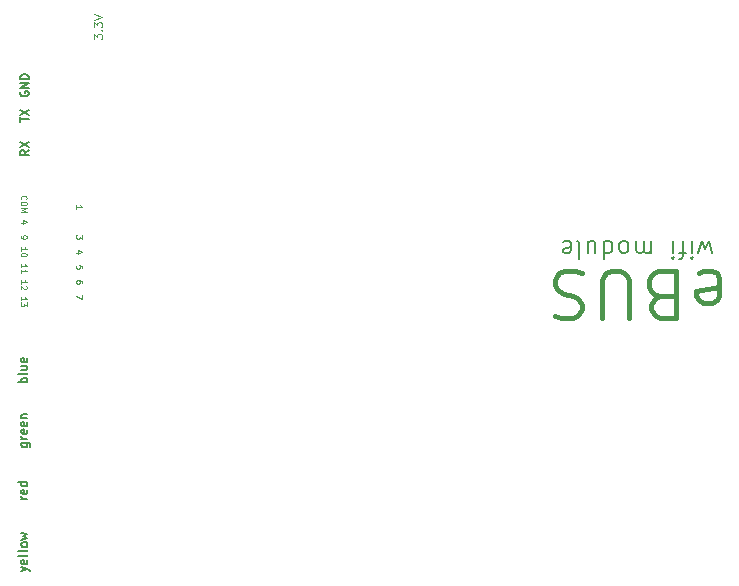
<source format=gbr>
%TF.GenerationSoftware,KiCad,Pcbnew,5.1.5+dfsg1-2build2*%
%TF.CreationDate,2022-11-14T11:38:59+01:00*%
%TF.ProjectId,ebus,65627573-2e6b-4696-9361-645f70636258,rev?*%
%TF.SameCoordinates,Original*%
%TF.FileFunction,Legend,Top*%
%TF.FilePolarity,Positive*%
%FSLAX46Y46*%
G04 Gerber Fmt 4.6, Leading zero omitted, Abs format (unit mm)*
G04 Created by KiCad (PCBNEW 5.1.5+dfsg1-2build2) date 2022-11-14 11:38:59*
%MOMM*%
%LPD*%
G04 APERTURE LIST*
%ADD10C,0.125000*%
%ADD11C,0.200000*%
%ADD12C,0.400000*%
%ADD13C,0.150000*%
G04 APERTURE END LIST*
D10*
X63448428Y-106160142D02*
X63424619Y-106136333D01*
X63400809Y-106064904D01*
X63400809Y-106017285D01*
X63424619Y-105945857D01*
X63472238Y-105898238D01*
X63519857Y-105874428D01*
X63615095Y-105850619D01*
X63686523Y-105850619D01*
X63781761Y-105874428D01*
X63829380Y-105898238D01*
X63877000Y-105945857D01*
X63900809Y-106017285D01*
X63900809Y-106064904D01*
X63877000Y-106136333D01*
X63853190Y-106160142D01*
X63900809Y-106469666D02*
X63900809Y-106564904D01*
X63877000Y-106612523D01*
X63829380Y-106660142D01*
X63734142Y-106683952D01*
X63567476Y-106683952D01*
X63472238Y-106660142D01*
X63424619Y-106612523D01*
X63400809Y-106564904D01*
X63400809Y-106469666D01*
X63424619Y-106422047D01*
X63472238Y-106374428D01*
X63567476Y-106350619D01*
X63734142Y-106350619D01*
X63829380Y-106374428D01*
X63877000Y-106422047D01*
X63900809Y-106469666D01*
X63400809Y-106898238D02*
X63900809Y-106898238D01*
X63543666Y-107064904D01*
X63900809Y-107231571D01*
X63400809Y-107231571D01*
X63400809Y-114712761D02*
X63400809Y-114427047D01*
X63400809Y-114569904D02*
X63900809Y-114569904D01*
X63829380Y-114522285D01*
X63781761Y-114474666D01*
X63757952Y-114427047D01*
X63900809Y-114879428D02*
X63900809Y-115188952D01*
X63710333Y-115022285D01*
X63710333Y-115093714D01*
X63686523Y-115141333D01*
X63662714Y-115165142D01*
X63615095Y-115188952D01*
X63496047Y-115188952D01*
X63448428Y-115165142D01*
X63424619Y-115141333D01*
X63400809Y-115093714D01*
X63400809Y-114950857D01*
X63424619Y-114903238D01*
X63448428Y-114879428D01*
X63400809Y-113315761D02*
X63400809Y-113030047D01*
X63400809Y-113172904D02*
X63900809Y-113172904D01*
X63829380Y-113125285D01*
X63781761Y-113077666D01*
X63757952Y-113030047D01*
X63853190Y-113506238D02*
X63877000Y-113530047D01*
X63900809Y-113577666D01*
X63900809Y-113696714D01*
X63877000Y-113744333D01*
X63853190Y-113768142D01*
X63805571Y-113791952D01*
X63757952Y-113791952D01*
X63686523Y-113768142D01*
X63400809Y-113482428D01*
X63400809Y-113791952D01*
X63400809Y-111918761D02*
X63400809Y-111633047D01*
X63400809Y-111775904D02*
X63900809Y-111775904D01*
X63829380Y-111728285D01*
X63781761Y-111680666D01*
X63757952Y-111633047D01*
X63400809Y-112394952D02*
X63400809Y-112109238D01*
X63400809Y-112252095D02*
X63900809Y-112252095D01*
X63829380Y-112204476D01*
X63781761Y-112156857D01*
X63757952Y-112109238D01*
X63400809Y-110521761D02*
X63400809Y-110236047D01*
X63400809Y-110378904D02*
X63900809Y-110378904D01*
X63829380Y-110331285D01*
X63781761Y-110283666D01*
X63757952Y-110236047D01*
X63900809Y-110831285D02*
X63900809Y-110878904D01*
X63877000Y-110926523D01*
X63853190Y-110950333D01*
X63805571Y-110974142D01*
X63710333Y-110997952D01*
X63591285Y-110997952D01*
X63496047Y-110974142D01*
X63448428Y-110950333D01*
X63424619Y-110926523D01*
X63400809Y-110878904D01*
X63400809Y-110831285D01*
X63424619Y-110783666D01*
X63448428Y-110759857D01*
X63496047Y-110736047D01*
X63591285Y-110712238D01*
X63710333Y-110712238D01*
X63805571Y-110736047D01*
X63853190Y-110759857D01*
X63877000Y-110783666D01*
X63900809Y-110831285D01*
X63400809Y-109251761D02*
X63400809Y-109347000D01*
X63424619Y-109394619D01*
X63448428Y-109418428D01*
X63519857Y-109466047D01*
X63615095Y-109489857D01*
X63805571Y-109489857D01*
X63853190Y-109466047D01*
X63877000Y-109442238D01*
X63900809Y-109394619D01*
X63900809Y-109299380D01*
X63877000Y-109251761D01*
X63853190Y-109227952D01*
X63805571Y-109204142D01*
X63686523Y-109204142D01*
X63638904Y-109227952D01*
X63615095Y-109251761D01*
X63591285Y-109299380D01*
X63591285Y-109394619D01*
X63615095Y-109442238D01*
X63638904Y-109466047D01*
X63686523Y-109489857D01*
X63734142Y-108172238D02*
X63400809Y-108172238D01*
X63924619Y-108053190D02*
X63567476Y-107934142D01*
X63567476Y-108243666D01*
X68599809Y-114260333D02*
X68599809Y-114593666D01*
X68099809Y-114379380D01*
X68599809Y-113252238D02*
X68599809Y-113157000D01*
X68576000Y-113109380D01*
X68552190Y-113085571D01*
X68480761Y-113037952D01*
X68385523Y-113014142D01*
X68195047Y-113014142D01*
X68147428Y-113037952D01*
X68123619Y-113061761D01*
X68099809Y-113109380D01*
X68099809Y-113204619D01*
X68123619Y-113252238D01*
X68147428Y-113276047D01*
X68195047Y-113299857D01*
X68314095Y-113299857D01*
X68361714Y-113276047D01*
X68385523Y-113252238D01*
X68409333Y-113204619D01*
X68409333Y-113109380D01*
X68385523Y-113061761D01*
X68361714Y-113037952D01*
X68314095Y-113014142D01*
X68599809Y-112006047D02*
X68599809Y-111767952D01*
X68361714Y-111744142D01*
X68385523Y-111767952D01*
X68409333Y-111815571D01*
X68409333Y-111934619D01*
X68385523Y-111982238D01*
X68361714Y-112006047D01*
X68314095Y-112029857D01*
X68195047Y-112029857D01*
X68147428Y-112006047D01*
X68123619Y-111982238D01*
X68099809Y-111934619D01*
X68099809Y-111815571D01*
X68123619Y-111767952D01*
X68147428Y-111744142D01*
X68433142Y-110712238D02*
X68099809Y-110712238D01*
X68623619Y-110593190D02*
X68266476Y-110474142D01*
X68266476Y-110783666D01*
X68599809Y-109180333D02*
X68599809Y-109489857D01*
X68409333Y-109323190D01*
X68409333Y-109394619D01*
X68385523Y-109442238D01*
X68361714Y-109466047D01*
X68314095Y-109489857D01*
X68195047Y-109489857D01*
X68147428Y-109466047D01*
X68123619Y-109442238D01*
X68099809Y-109394619D01*
X68099809Y-109251761D01*
X68123619Y-109204142D01*
X68147428Y-109180333D01*
X68099809Y-106949857D02*
X68099809Y-106664142D01*
X68099809Y-106807000D02*
X68599809Y-106807000D01*
X68528380Y-106759380D01*
X68480761Y-106711761D01*
X68456952Y-106664142D01*
D11*
X121927142Y-110684428D02*
X121641428Y-109684428D01*
X121355714Y-110398714D01*
X121070000Y-109684428D01*
X120784285Y-110684428D01*
X120212857Y-109684428D02*
X120212857Y-110684428D01*
X120212857Y-111184428D02*
X120284285Y-111113000D01*
X120212857Y-111041571D01*
X120141428Y-111113000D01*
X120212857Y-111184428D01*
X120212857Y-111041571D01*
X119712857Y-110684428D02*
X119141428Y-110684428D01*
X119498571Y-109684428D02*
X119498571Y-110970142D01*
X119427142Y-111113000D01*
X119284285Y-111184428D01*
X119141428Y-111184428D01*
X118641428Y-109684428D02*
X118641428Y-110684428D01*
X118641428Y-111184428D02*
X118712857Y-111113000D01*
X118641428Y-111041571D01*
X118570000Y-111113000D01*
X118641428Y-111184428D01*
X118641428Y-111041571D01*
X116784285Y-109684428D02*
X116784285Y-110684428D01*
X116784285Y-110541571D02*
X116712857Y-110613000D01*
X116570000Y-110684428D01*
X116355714Y-110684428D01*
X116212857Y-110613000D01*
X116141428Y-110470142D01*
X116141428Y-109684428D01*
X116141428Y-110470142D02*
X116070000Y-110613000D01*
X115927142Y-110684428D01*
X115712857Y-110684428D01*
X115570000Y-110613000D01*
X115498571Y-110470142D01*
X115498571Y-109684428D01*
X114570000Y-109684428D02*
X114712857Y-109755857D01*
X114784285Y-109827285D01*
X114855714Y-109970142D01*
X114855714Y-110398714D01*
X114784285Y-110541571D01*
X114712857Y-110613000D01*
X114570000Y-110684428D01*
X114355714Y-110684428D01*
X114212857Y-110613000D01*
X114141428Y-110541571D01*
X114070000Y-110398714D01*
X114070000Y-109970142D01*
X114141428Y-109827285D01*
X114212857Y-109755857D01*
X114355714Y-109684428D01*
X114570000Y-109684428D01*
X112784285Y-109684428D02*
X112784285Y-111184428D01*
X112784285Y-109755857D02*
X112927142Y-109684428D01*
X113212857Y-109684428D01*
X113355714Y-109755857D01*
X113427142Y-109827285D01*
X113498571Y-109970142D01*
X113498571Y-110398714D01*
X113427142Y-110541571D01*
X113355714Y-110613000D01*
X113212857Y-110684428D01*
X112927142Y-110684428D01*
X112784285Y-110613000D01*
X111427142Y-110684428D02*
X111427142Y-109684428D01*
X112070000Y-110684428D02*
X112070000Y-109898714D01*
X111998571Y-109755857D01*
X111855714Y-109684428D01*
X111641428Y-109684428D01*
X111498571Y-109755857D01*
X111427142Y-109827285D01*
X110498571Y-109684428D02*
X110641428Y-109755857D01*
X110712857Y-109898714D01*
X110712857Y-111184428D01*
X109355714Y-109755857D02*
X109498571Y-109684428D01*
X109784285Y-109684428D01*
X109927142Y-109755857D01*
X109998571Y-109898714D01*
X109998571Y-110470142D01*
X109927142Y-110613000D01*
X109784285Y-110684428D01*
X109498571Y-110684428D01*
X109355714Y-110613000D01*
X109284285Y-110470142D01*
X109284285Y-110327285D01*
X109998571Y-110184428D01*
D12*
X120808095Y-112426952D02*
X121189047Y-112236476D01*
X121950952Y-112236476D01*
X122331904Y-112426952D01*
X122522380Y-112807904D01*
X122522380Y-114331714D01*
X122331904Y-114712666D01*
X121950952Y-114903142D01*
X121189047Y-114903142D01*
X120808095Y-114712666D01*
X120617619Y-114331714D01*
X120617619Y-113950761D01*
X122522380Y-113569809D01*
X117570000Y-114331714D02*
X116998571Y-114141238D01*
X116808095Y-113950761D01*
X116617619Y-113569809D01*
X116617619Y-112998380D01*
X116808095Y-112617428D01*
X116998571Y-112426952D01*
X117379523Y-112236476D01*
X118903333Y-112236476D01*
X118903333Y-116236476D01*
X117570000Y-116236476D01*
X117189047Y-116046000D01*
X116998571Y-115855523D01*
X116808095Y-115474571D01*
X116808095Y-115093619D01*
X116998571Y-114712666D01*
X117189047Y-114522190D01*
X117570000Y-114331714D01*
X118903333Y-114331714D01*
X114903333Y-116236476D02*
X114903333Y-112998380D01*
X114712857Y-112617428D01*
X114522380Y-112426952D01*
X114141428Y-112236476D01*
X113379523Y-112236476D01*
X112998571Y-112426952D01*
X112808095Y-112617428D01*
X112617619Y-112998380D01*
X112617619Y-116236476D01*
X110903333Y-112426952D02*
X110331904Y-112236476D01*
X109379523Y-112236476D01*
X108998571Y-112426952D01*
X108808095Y-112617428D01*
X108617619Y-112998380D01*
X108617619Y-113379333D01*
X108808095Y-113760285D01*
X108998571Y-113950761D01*
X109379523Y-114141238D01*
X110141428Y-114331714D01*
X110522380Y-114522190D01*
X110712857Y-114712666D01*
X110903333Y-115093619D01*
X110903333Y-115474571D01*
X110712857Y-115855523D01*
X110522380Y-116046000D01*
X110141428Y-116236476D01*
X109189047Y-116236476D01*
X108617619Y-116046000D01*
D13*
X63966285Y-121667857D02*
X63216285Y-121667857D01*
X63502000Y-121667857D02*
X63466285Y-121596428D01*
X63466285Y-121453571D01*
X63502000Y-121382142D01*
X63537714Y-121346428D01*
X63609142Y-121310714D01*
X63823428Y-121310714D01*
X63894857Y-121346428D01*
X63930571Y-121382142D01*
X63966285Y-121453571D01*
X63966285Y-121596428D01*
X63930571Y-121667857D01*
X63966285Y-120882142D02*
X63930571Y-120953571D01*
X63859142Y-120989285D01*
X63216285Y-120989285D01*
X63466285Y-120275000D02*
X63966285Y-120275000D01*
X63466285Y-120596428D02*
X63859142Y-120596428D01*
X63930571Y-120560714D01*
X63966285Y-120489285D01*
X63966285Y-120382142D01*
X63930571Y-120310714D01*
X63894857Y-120275000D01*
X63930571Y-119632142D02*
X63966285Y-119703571D01*
X63966285Y-119846428D01*
X63930571Y-119917857D01*
X63859142Y-119953571D01*
X63573428Y-119953571D01*
X63502000Y-119917857D01*
X63466285Y-119846428D01*
X63466285Y-119703571D01*
X63502000Y-119632142D01*
X63573428Y-119596428D01*
X63644857Y-119596428D01*
X63716285Y-119953571D01*
X63466285Y-126783571D02*
X64073428Y-126783571D01*
X64144857Y-126819285D01*
X64180571Y-126855000D01*
X64216285Y-126926428D01*
X64216285Y-127033571D01*
X64180571Y-127105000D01*
X63930571Y-126783571D02*
X63966285Y-126855000D01*
X63966285Y-126997857D01*
X63930571Y-127069285D01*
X63894857Y-127105000D01*
X63823428Y-127140714D01*
X63609142Y-127140714D01*
X63537714Y-127105000D01*
X63502000Y-127069285D01*
X63466285Y-126997857D01*
X63466285Y-126855000D01*
X63502000Y-126783571D01*
X63966285Y-126426428D02*
X63466285Y-126426428D01*
X63609142Y-126426428D02*
X63537714Y-126390714D01*
X63502000Y-126355000D01*
X63466285Y-126283571D01*
X63466285Y-126212142D01*
X63930571Y-125676428D02*
X63966285Y-125747857D01*
X63966285Y-125890714D01*
X63930571Y-125962142D01*
X63859142Y-125997857D01*
X63573428Y-125997857D01*
X63502000Y-125962142D01*
X63466285Y-125890714D01*
X63466285Y-125747857D01*
X63502000Y-125676428D01*
X63573428Y-125640714D01*
X63644857Y-125640714D01*
X63716285Y-125997857D01*
X63930571Y-125033571D02*
X63966285Y-125105000D01*
X63966285Y-125247857D01*
X63930571Y-125319285D01*
X63859142Y-125355000D01*
X63573428Y-125355000D01*
X63502000Y-125319285D01*
X63466285Y-125247857D01*
X63466285Y-125105000D01*
X63502000Y-125033571D01*
X63573428Y-124997857D01*
X63644857Y-124997857D01*
X63716285Y-125355000D01*
X63466285Y-124676428D02*
X63966285Y-124676428D01*
X63537714Y-124676428D02*
X63502000Y-124640714D01*
X63466285Y-124569285D01*
X63466285Y-124462142D01*
X63502000Y-124390714D01*
X63573428Y-124355000D01*
X63966285Y-124355000D01*
X63966285Y-131524285D02*
X63466285Y-131524285D01*
X63609142Y-131524285D02*
X63537714Y-131488571D01*
X63502000Y-131452857D01*
X63466285Y-131381428D01*
X63466285Y-131310000D01*
X63930571Y-130774285D02*
X63966285Y-130845714D01*
X63966285Y-130988571D01*
X63930571Y-131060000D01*
X63859142Y-131095714D01*
X63573428Y-131095714D01*
X63502000Y-131060000D01*
X63466285Y-130988571D01*
X63466285Y-130845714D01*
X63502000Y-130774285D01*
X63573428Y-130738571D01*
X63644857Y-130738571D01*
X63716285Y-131095714D01*
X63966285Y-130095714D02*
X63216285Y-130095714D01*
X63930571Y-130095714D02*
X63966285Y-130167142D01*
X63966285Y-130310000D01*
X63930571Y-130381428D01*
X63894857Y-130417142D01*
X63823428Y-130452857D01*
X63609142Y-130452857D01*
X63537714Y-130417142D01*
X63502000Y-130381428D01*
X63466285Y-130310000D01*
X63466285Y-130167142D01*
X63502000Y-130095714D01*
X63466285Y-137642000D02*
X63966285Y-137463428D01*
X63466285Y-137284857D02*
X63966285Y-137463428D01*
X64144857Y-137534857D01*
X64180571Y-137570571D01*
X64216285Y-137642000D01*
X63930571Y-136713428D02*
X63966285Y-136784857D01*
X63966285Y-136927714D01*
X63930571Y-136999142D01*
X63859142Y-137034857D01*
X63573428Y-137034857D01*
X63502000Y-136999142D01*
X63466285Y-136927714D01*
X63466285Y-136784857D01*
X63502000Y-136713428D01*
X63573428Y-136677714D01*
X63644857Y-136677714D01*
X63716285Y-137034857D01*
X63966285Y-136249142D02*
X63930571Y-136320571D01*
X63859142Y-136356285D01*
X63216285Y-136356285D01*
X63966285Y-135856285D02*
X63930571Y-135927714D01*
X63859142Y-135963428D01*
X63216285Y-135963428D01*
X63966285Y-135463428D02*
X63930571Y-135534857D01*
X63894857Y-135570571D01*
X63823428Y-135606285D01*
X63609142Y-135606285D01*
X63537714Y-135570571D01*
X63502000Y-135534857D01*
X63466285Y-135463428D01*
X63466285Y-135356285D01*
X63502000Y-135284857D01*
X63537714Y-135249142D01*
X63609142Y-135213428D01*
X63823428Y-135213428D01*
X63894857Y-135249142D01*
X63930571Y-135284857D01*
X63966285Y-135356285D01*
X63966285Y-135463428D01*
X63466285Y-134963428D02*
X63966285Y-134820571D01*
X63609142Y-134677714D01*
X63966285Y-134534857D01*
X63466285Y-134392000D01*
D10*
X69593666Y-92600333D02*
X69593666Y-92167000D01*
X69860333Y-92400333D01*
X69860333Y-92300333D01*
X69893666Y-92233666D01*
X69927000Y-92200333D01*
X69993666Y-92167000D01*
X70160333Y-92167000D01*
X70227000Y-92200333D01*
X70260333Y-92233666D01*
X70293666Y-92300333D01*
X70293666Y-92500333D01*
X70260333Y-92567000D01*
X70227000Y-92600333D01*
X70227000Y-91867000D02*
X70260333Y-91833666D01*
X70293666Y-91867000D01*
X70260333Y-91900333D01*
X70227000Y-91867000D01*
X70293666Y-91867000D01*
X69593666Y-91600333D02*
X69593666Y-91167000D01*
X69860333Y-91400333D01*
X69860333Y-91300333D01*
X69893666Y-91233666D01*
X69927000Y-91200333D01*
X69993666Y-91167000D01*
X70160333Y-91167000D01*
X70227000Y-91200333D01*
X70260333Y-91233666D01*
X70293666Y-91300333D01*
X70293666Y-91500333D01*
X70260333Y-91567000D01*
X70227000Y-91600333D01*
X69593666Y-90967000D02*
X70293666Y-90733666D01*
X69593666Y-90500333D01*
D13*
X64070666Y-101970666D02*
X63737333Y-102204000D01*
X64070666Y-102370666D02*
X63370666Y-102370666D01*
X63370666Y-102104000D01*
X63404000Y-102037333D01*
X63437333Y-102004000D01*
X63504000Y-101970666D01*
X63604000Y-101970666D01*
X63670666Y-102004000D01*
X63704000Y-102037333D01*
X63737333Y-102104000D01*
X63737333Y-102370666D01*
X63370666Y-101737333D02*
X64070666Y-101270666D01*
X63370666Y-101270666D02*
X64070666Y-101737333D01*
X63370666Y-99593333D02*
X63370666Y-99193333D01*
X64070666Y-99393333D02*
X63370666Y-99393333D01*
X63370666Y-99026666D02*
X64070666Y-98560000D01*
X63370666Y-98560000D02*
X64070666Y-99026666D01*
X63404000Y-97053333D02*
X63370666Y-97120000D01*
X63370666Y-97220000D01*
X63404000Y-97320000D01*
X63470666Y-97386666D01*
X63537333Y-97420000D01*
X63670666Y-97453333D01*
X63770666Y-97453333D01*
X63904000Y-97420000D01*
X63970666Y-97386666D01*
X64037333Y-97320000D01*
X64070666Y-97220000D01*
X64070666Y-97153333D01*
X64037333Y-97053333D01*
X64004000Y-97020000D01*
X63770666Y-97020000D01*
X63770666Y-97153333D01*
X64070666Y-96720000D02*
X63370666Y-96720000D01*
X64070666Y-96320000D01*
X63370666Y-96320000D01*
X64070666Y-95986666D02*
X63370666Y-95986666D01*
X63370666Y-95820000D01*
X63404000Y-95720000D01*
X63470666Y-95653333D01*
X63537333Y-95620000D01*
X63670666Y-95586666D01*
X63770666Y-95586666D01*
X63904000Y-95620000D01*
X63970666Y-95653333D01*
X64037333Y-95720000D01*
X64070666Y-95820000D01*
X64070666Y-95986666D01*
M02*

</source>
